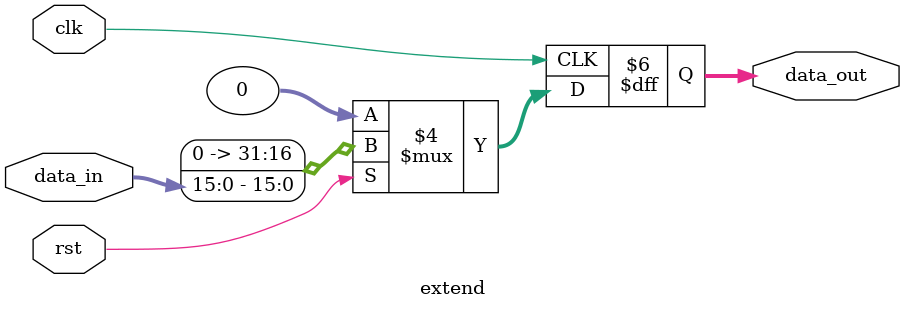
<source format=v>
module extend(
	input clk,
	input rst,
	input[15:0] data_in,
	output reg[31:0] data_out
);

	always @(posedge clk) begin
		if(rst==0)
			data_out <= 0;
		else
			data_out <= {16'd0, data_in};
	end

endmodule

</source>
